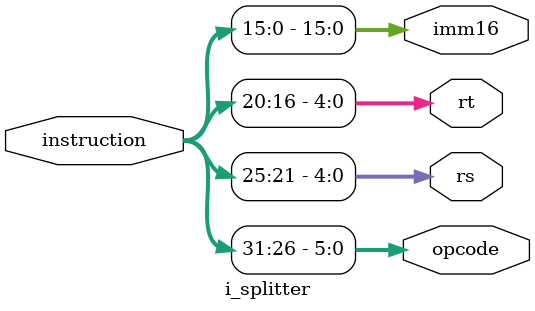
<source format=v>
/*
  I Splitter := IType Instruction Splitter
*/


module i_splitter (
    input  [31:0] instruction,
    output [ 5:0] opcode,
    output [ 4:0] rs,
    output [ 4:0] rt,
    output [15:0] imm16
);

  // >>> Split(instruction)
  assign opcode = instruction[31:26];
  assign rs = instruction[25:21];
  assign rt = instruction[20:16];
  assign imm16 = instruction[15:0];

endmodule

</source>
